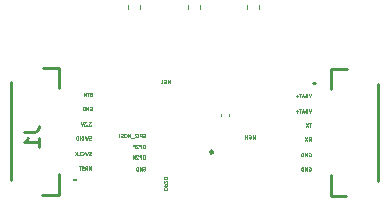
<source format=gbr>
%TF.GenerationSoftware,KiCad,Pcbnew,9.0.3*%
%TF.CreationDate,2025-09-12T00:22:28+02:00*%
%TF.ProjectId,FOC_CONTROLLER_V1,464f435f-434f-44e5-9452-4f4c4c45525f,rev?*%
%TF.SameCoordinates,Original*%
%TF.FileFunction,Legend,Bot*%
%TF.FilePolarity,Positive*%
%FSLAX46Y46*%
G04 Gerber Fmt 4.6, Leading zero omitted, Abs format (unit mm)*
G04 Created by KiCad (PCBNEW 9.0.3) date 2025-09-12 00:22:28*
%MOMM*%
%LPD*%
G01*
G04 APERTURE LIST*
%ADD10C,0.075000*%
%ADD11C,0.254000*%
%ADD12C,0.120000*%
%ADD13C,0.250000*%
G04 APERTURE END LIST*
D10*
X91307800Y-99359385D02*
X91122086Y-99359385D01*
X91122086Y-99359385D02*
X91222086Y-99473671D01*
X91222086Y-99473671D02*
X91179229Y-99473671D01*
X91179229Y-99473671D02*
X91150658Y-99487957D01*
X91150658Y-99487957D02*
X91136372Y-99502242D01*
X91136372Y-99502242D02*
X91122086Y-99530814D01*
X91122086Y-99530814D02*
X91122086Y-99602242D01*
X91122086Y-99602242D02*
X91136372Y-99630814D01*
X91136372Y-99630814D02*
X91150658Y-99645100D01*
X91150658Y-99645100D02*
X91179229Y-99659385D01*
X91179229Y-99659385D02*
X91264943Y-99659385D01*
X91264943Y-99659385D02*
X91293515Y-99645100D01*
X91293515Y-99645100D02*
X91307800Y-99630814D01*
X90993515Y-99630814D02*
X90979229Y-99645100D01*
X90979229Y-99645100D02*
X90993515Y-99659385D01*
X90993515Y-99659385D02*
X91007801Y-99645100D01*
X91007801Y-99645100D02*
X90993515Y-99630814D01*
X90993515Y-99630814D02*
X90993515Y-99659385D01*
X90879229Y-99359385D02*
X90693515Y-99359385D01*
X90693515Y-99359385D02*
X90793515Y-99473671D01*
X90793515Y-99473671D02*
X90750658Y-99473671D01*
X90750658Y-99473671D02*
X90722087Y-99487957D01*
X90722087Y-99487957D02*
X90707801Y-99502242D01*
X90707801Y-99502242D02*
X90693515Y-99530814D01*
X90693515Y-99530814D02*
X90693515Y-99602242D01*
X90693515Y-99602242D02*
X90707801Y-99630814D01*
X90707801Y-99630814D02*
X90722087Y-99645100D01*
X90722087Y-99645100D02*
X90750658Y-99659385D01*
X90750658Y-99659385D02*
X90836372Y-99659385D01*
X90836372Y-99659385D02*
X90864944Y-99645100D01*
X90864944Y-99645100D02*
X90879229Y-99630814D01*
X90607801Y-99359385D02*
X90507801Y-99659385D01*
X90507801Y-99659385D02*
X90407801Y-99359385D01*
X109722086Y-101973671D02*
X109750658Y-101959385D01*
X109750658Y-101959385D02*
X109793515Y-101959385D01*
X109793515Y-101959385D02*
X109836372Y-101973671D01*
X109836372Y-101973671D02*
X109864943Y-102002242D01*
X109864943Y-102002242D02*
X109879229Y-102030814D01*
X109879229Y-102030814D02*
X109893515Y-102087957D01*
X109893515Y-102087957D02*
X109893515Y-102130814D01*
X109893515Y-102130814D02*
X109879229Y-102187957D01*
X109879229Y-102187957D02*
X109864943Y-102216528D01*
X109864943Y-102216528D02*
X109836372Y-102245100D01*
X109836372Y-102245100D02*
X109793515Y-102259385D01*
X109793515Y-102259385D02*
X109764943Y-102259385D01*
X109764943Y-102259385D02*
X109722086Y-102245100D01*
X109722086Y-102245100D02*
X109707800Y-102230814D01*
X109707800Y-102230814D02*
X109707800Y-102130814D01*
X109707800Y-102130814D02*
X109764943Y-102130814D01*
X109579229Y-102259385D02*
X109579229Y-101959385D01*
X109579229Y-101959385D02*
X109407800Y-102259385D01*
X109407800Y-102259385D02*
X109407800Y-101959385D01*
X109264943Y-102259385D02*
X109264943Y-101959385D01*
X109264943Y-101959385D02*
X109193514Y-101959385D01*
X109193514Y-101959385D02*
X109150657Y-101973671D01*
X109150657Y-101973671D02*
X109122086Y-102002242D01*
X109122086Y-102002242D02*
X109107800Y-102030814D01*
X109107800Y-102030814D02*
X109093514Y-102087957D01*
X109093514Y-102087957D02*
X109093514Y-102130814D01*
X109093514Y-102130814D02*
X109107800Y-102187957D01*
X109107800Y-102187957D02*
X109122086Y-102216528D01*
X109122086Y-102216528D02*
X109150657Y-102245100D01*
X109150657Y-102245100D02*
X109193514Y-102259385D01*
X109193514Y-102259385D02*
X109264943Y-102259385D01*
X91293515Y-102145100D02*
X91250658Y-102159385D01*
X91250658Y-102159385D02*
X91179229Y-102159385D01*
X91179229Y-102159385D02*
X91150658Y-102145100D01*
X91150658Y-102145100D02*
X91136372Y-102130814D01*
X91136372Y-102130814D02*
X91122086Y-102102242D01*
X91122086Y-102102242D02*
X91122086Y-102073671D01*
X91122086Y-102073671D02*
X91136372Y-102045100D01*
X91136372Y-102045100D02*
X91150658Y-102030814D01*
X91150658Y-102030814D02*
X91179229Y-102016528D01*
X91179229Y-102016528D02*
X91236372Y-102002242D01*
X91236372Y-102002242D02*
X91264943Y-101987957D01*
X91264943Y-101987957D02*
X91279229Y-101973671D01*
X91279229Y-101973671D02*
X91293515Y-101945100D01*
X91293515Y-101945100D02*
X91293515Y-101916528D01*
X91293515Y-101916528D02*
X91279229Y-101887957D01*
X91279229Y-101887957D02*
X91264943Y-101873671D01*
X91264943Y-101873671D02*
X91236372Y-101859385D01*
X91236372Y-101859385D02*
X91164943Y-101859385D01*
X91164943Y-101859385D02*
X91122086Y-101873671D01*
X91022086Y-101859385D02*
X90950658Y-102159385D01*
X90950658Y-102159385D02*
X90893515Y-101945100D01*
X90893515Y-101945100D02*
X90836372Y-102159385D01*
X90836372Y-102159385D02*
X90764944Y-101859385D01*
X90479229Y-102130814D02*
X90493515Y-102145100D01*
X90493515Y-102145100D02*
X90536372Y-102159385D01*
X90536372Y-102159385D02*
X90564944Y-102159385D01*
X90564944Y-102159385D02*
X90607801Y-102145100D01*
X90607801Y-102145100D02*
X90636372Y-102116528D01*
X90636372Y-102116528D02*
X90650658Y-102087957D01*
X90650658Y-102087957D02*
X90664944Y-102030814D01*
X90664944Y-102030814D02*
X90664944Y-101987957D01*
X90664944Y-101987957D02*
X90650658Y-101930814D01*
X90650658Y-101930814D02*
X90636372Y-101902242D01*
X90636372Y-101902242D02*
X90607801Y-101873671D01*
X90607801Y-101873671D02*
X90564944Y-101859385D01*
X90564944Y-101859385D02*
X90536372Y-101859385D01*
X90536372Y-101859385D02*
X90493515Y-101873671D01*
X90493515Y-101873671D02*
X90479229Y-101887957D01*
X90207801Y-102159385D02*
X90350658Y-102159385D01*
X90350658Y-102159385D02*
X90350658Y-101859385D01*
X90107801Y-102159385D02*
X90107801Y-101859385D01*
X89936372Y-102159385D02*
X90064944Y-101987957D01*
X89936372Y-101859385D02*
X90107801Y-102030814D01*
X91279229Y-97002242D02*
X91236372Y-97016528D01*
X91236372Y-97016528D02*
X91222086Y-97030814D01*
X91222086Y-97030814D02*
X91207800Y-97059385D01*
X91207800Y-97059385D02*
X91207800Y-97102242D01*
X91207800Y-97102242D02*
X91222086Y-97130814D01*
X91222086Y-97130814D02*
X91236372Y-97145100D01*
X91236372Y-97145100D02*
X91264943Y-97159385D01*
X91264943Y-97159385D02*
X91379229Y-97159385D01*
X91379229Y-97159385D02*
X91379229Y-96859385D01*
X91379229Y-96859385D02*
X91279229Y-96859385D01*
X91279229Y-96859385D02*
X91250658Y-96873671D01*
X91250658Y-96873671D02*
X91236372Y-96887957D01*
X91236372Y-96887957D02*
X91222086Y-96916528D01*
X91222086Y-96916528D02*
X91222086Y-96945100D01*
X91222086Y-96945100D02*
X91236372Y-96973671D01*
X91236372Y-96973671D02*
X91250658Y-96987957D01*
X91250658Y-96987957D02*
X91279229Y-97002242D01*
X91279229Y-97002242D02*
X91379229Y-97002242D01*
X91122086Y-96859385D02*
X90950658Y-96859385D01*
X91036372Y-97159385D02*
X91036372Y-96859385D01*
X90850658Y-97159385D02*
X90850658Y-96859385D01*
X90850658Y-96859385D02*
X90679229Y-97159385D01*
X90679229Y-97159385D02*
X90679229Y-96859385D01*
X109922086Y-99459385D02*
X109750658Y-99459385D01*
X109836372Y-99759385D02*
X109836372Y-99459385D01*
X109679229Y-99459385D02*
X109479229Y-99759385D01*
X109479229Y-99459385D02*
X109679229Y-99759385D01*
X95822086Y-101259385D02*
X95764943Y-101259385D01*
X95764943Y-101259385D02*
X95736372Y-101273671D01*
X95736372Y-101273671D02*
X95707800Y-101302242D01*
X95707800Y-101302242D02*
X95693515Y-101359385D01*
X95693515Y-101359385D02*
X95693515Y-101459385D01*
X95693515Y-101459385D02*
X95707800Y-101516528D01*
X95707800Y-101516528D02*
X95736372Y-101545100D01*
X95736372Y-101545100D02*
X95764943Y-101559385D01*
X95764943Y-101559385D02*
X95822086Y-101559385D01*
X95822086Y-101559385D02*
X95850658Y-101545100D01*
X95850658Y-101545100D02*
X95879229Y-101516528D01*
X95879229Y-101516528D02*
X95893515Y-101459385D01*
X95893515Y-101459385D02*
X95893515Y-101359385D01*
X95893515Y-101359385D02*
X95879229Y-101302242D01*
X95879229Y-101302242D02*
X95850658Y-101273671D01*
X95850658Y-101273671D02*
X95822086Y-101259385D01*
X95564943Y-101559385D02*
X95564943Y-101259385D01*
X95564943Y-101259385D02*
X95450657Y-101259385D01*
X95450657Y-101259385D02*
X95422086Y-101273671D01*
X95422086Y-101273671D02*
X95407800Y-101287957D01*
X95407800Y-101287957D02*
X95393514Y-101316528D01*
X95393514Y-101316528D02*
X95393514Y-101359385D01*
X95393514Y-101359385D02*
X95407800Y-101387957D01*
X95407800Y-101387957D02*
X95422086Y-101402242D01*
X95422086Y-101402242D02*
X95450657Y-101416528D01*
X95450657Y-101416528D02*
X95564943Y-101416528D01*
X95279229Y-101287957D02*
X95264943Y-101273671D01*
X95264943Y-101273671D02*
X95236372Y-101259385D01*
X95236372Y-101259385D02*
X95164943Y-101259385D01*
X95164943Y-101259385D02*
X95136372Y-101273671D01*
X95136372Y-101273671D02*
X95122086Y-101287957D01*
X95122086Y-101287957D02*
X95107800Y-101316528D01*
X95107800Y-101316528D02*
X95107800Y-101345100D01*
X95107800Y-101345100D02*
X95122086Y-101387957D01*
X95122086Y-101387957D02*
X95293514Y-101559385D01*
X95293514Y-101559385D02*
X95107800Y-101559385D01*
X94979229Y-101559385D02*
X94979229Y-101259385D01*
X94979229Y-101259385D02*
X94864943Y-101259385D01*
X94864943Y-101259385D02*
X94836372Y-101273671D01*
X94836372Y-101273671D02*
X94822086Y-101287957D01*
X94822086Y-101287957D02*
X94807800Y-101316528D01*
X94807800Y-101316528D02*
X94807800Y-101359385D01*
X94807800Y-101359385D02*
X94822086Y-101387957D01*
X94822086Y-101387957D02*
X94836372Y-101402242D01*
X94836372Y-101402242D02*
X94864943Y-101416528D01*
X94864943Y-101416528D02*
X94979229Y-101416528D01*
X109707800Y-100959385D02*
X109807800Y-100816528D01*
X109879229Y-100959385D02*
X109879229Y-100659385D01*
X109879229Y-100659385D02*
X109764943Y-100659385D01*
X109764943Y-100659385D02*
X109736372Y-100673671D01*
X109736372Y-100673671D02*
X109722086Y-100687957D01*
X109722086Y-100687957D02*
X109707800Y-100716528D01*
X109707800Y-100716528D02*
X109707800Y-100759385D01*
X109707800Y-100759385D02*
X109722086Y-100787957D01*
X109722086Y-100787957D02*
X109736372Y-100802242D01*
X109736372Y-100802242D02*
X109764943Y-100816528D01*
X109764943Y-100816528D02*
X109879229Y-100816528D01*
X109607800Y-100659385D02*
X109407800Y-100959385D01*
X109407800Y-100659385D02*
X109607800Y-100959385D01*
X109922086Y-98259385D02*
X109822086Y-98559385D01*
X109822086Y-98559385D02*
X109722086Y-98259385D01*
X109522086Y-98402242D02*
X109479229Y-98416528D01*
X109479229Y-98416528D02*
X109464943Y-98430814D01*
X109464943Y-98430814D02*
X109450657Y-98459385D01*
X109450657Y-98459385D02*
X109450657Y-98502242D01*
X109450657Y-98502242D02*
X109464943Y-98530814D01*
X109464943Y-98530814D02*
X109479229Y-98545100D01*
X109479229Y-98545100D02*
X109507800Y-98559385D01*
X109507800Y-98559385D02*
X109622086Y-98559385D01*
X109622086Y-98559385D02*
X109622086Y-98259385D01*
X109622086Y-98259385D02*
X109522086Y-98259385D01*
X109522086Y-98259385D02*
X109493515Y-98273671D01*
X109493515Y-98273671D02*
X109479229Y-98287957D01*
X109479229Y-98287957D02*
X109464943Y-98316528D01*
X109464943Y-98316528D02*
X109464943Y-98345100D01*
X109464943Y-98345100D02*
X109479229Y-98373671D01*
X109479229Y-98373671D02*
X109493515Y-98387957D01*
X109493515Y-98387957D02*
X109522086Y-98402242D01*
X109522086Y-98402242D02*
X109622086Y-98402242D01*
X109336372Y-98473671D02*
X109193515Y-98473671D01*
X109364943Y-98559385D02*
X109264943Y-98259385D01*
X109264943Y-98259385D02*
X109164943Y-98559385D01*
X109107800Y-98259385D02*
X108936372Y-98259385D01*
X109022086Y-98559385D02*
X109022086Y-98259385D01*
X108836372Y-98445100D02*
X108607801Y-98445100D01*
X108722086Y-98559385D02*
X108722086Y-98330814D01*
X109722086Y-103173671D02*
X109750658Y-103159385D01*
X109750658Y-103159385D02*
X109793515Y-103159385D01*
X109793515Y-103159385D02*
X109836372Y-103173671D01*
X109836372Y-103173671D02*
X109864943Y-103202242D01*
X109864943Y-103202242D02*
X109879229Y-103230814D01*
X109879229Y-103230814D02*
X109893515Y-103287957D01*
X109893515Y-103287957D02*
X109893515Y-103330814D01*
X109893515Y-103330814D02*
X109879229Y-103387957D01*
X109879229Y-103387957D02*
X109864943Y-103416528D01*
X109864943Y-103416528D02*
X109836372Y-103445100D01*
X109836372Y-103445100D02*
X109793515Y-103459385D01*
X109793515Y-103459385D02*
X109764943Y-103459385D01*
X109764943Y-103459385D02*
X109722086Y-103445100D01*
X109722086Y-103445100D02*
X109707800Y-103430814D01*
X109707800Y-103430814D02*
X109707800Y-103330814D01*
X109707800Y-103330814D02*
X109764943Y-103330814D01*
X109579229Y-103459385D02*
X109579229Y-103159385D01*
X109579229Y-103159385D02*
X109407800Y-103459385D01*
X109407800Y-103459385D02*
X109407800Y-103159385D01*
X109264943Y-103459385D02*
X109264943Y-103159385D01*
X109264943Y-103159385D02*
X109193514Y-103159385D01*
X109193514Y-103159385D02*
X109150657Y-103173671D01*
X109150657Y-103173671D02*
X109122086Y-103202242D01*
X109122086Y-103202242D02*
X109107800Y-103230814D01*
X109107800Y-103230814D02*
X109093514Y-103287957D01*
X109093514Y-103287957D02*
X109093514Y-103330814D01*
X109093514Y-103330814D02*
X109107800Y-103387957D01*
X109107800Y-103387957D02*
X109122086Y-103416528D01*
X109122086Y-103416528D02*
X109150657Y-103445100D01*
X109150657Y-103445100D02*
X109193514Y-103459385D01*
X109193514Y-103459385D02*
X109264943Y-103459385D01*
X95722086Y-103173671D02*
X95750658Y-103159385D01*
X95750658Y-103159385D02*
X95793515Y-103159385D01*
X95793515Y-103159385D02*
X95836372Y-103173671D01*
X95836372Y-103173671D02*
X95864943Y-103202242D01*
X95864943Y-103202242D02*
X95879229Y-103230814D01*
X95879229Y-103230814D02*
X95893515Y-103287957D01*
X95893515Y-103287957D02*
X95893515Y-103330814D01*
X95893515Y-103330814D02*
X95879229Y-103387957D01*
X95879229Y-103387957D02*
X95864943Y-103416528D01*
X95864943Y-103416528D02*
X95836372Y-103445100D01*
X95836372Y-103445100D02*
X95793515Y-103459385D01*
X95793515Y-103459385D02*
X95764943Y-103459385D01*
X95764943Y-103459385D02*
X95722086Y-103445100D01*
X95722086Y-103445100D02*
X95707800Y-103430814D01*
X95707800Y-103430814D02*
X95707800Y-103330814D01*
X95707800Y-103330814D02*
X95764943Y-103330814D01*
X95579229Y-103459385D02*
X95579229Y-103159385D01*
X95579229Y-103159385D02*
X95407800Y-103459385D01*
X95407800Y-103459385D02*
X95407800Y-103159385D01*
X95264943Y-103459385D02*
X95264943Y-103159385D01*
X95264943Y-103159385D02*
X95193514Y-103159385D01*
X95193514Y-103159385D02*
X95150657Y-103173671D01*
X95150657Y-103173671D02*
X95122086Y-103202242D01*
X95122086Y-103202242D02*
X95107800Y-103230814D01*
X95107800Y-103230814D02*
X95093514Y-103287957D01*
X95093514Y-103287957D02*
X95093514Y-103330814D01*
X95093514Y-103330814D02*
X95107800Y-103387957D01*
X95107800Y-103387957D02*
X95122086Y-103416528D01*
X95122086Y-103416528D02*
X95150657Y-103445100D01*
X95150657Y-103445100D02*
X95193514Y-103459385D01*
X95193514Y-103459385D02*
X95264943Y-103459385D01*
X97740614Y-105022086D02*
X97740614Y-104964943D01*
X97740614Y-104964943D02*
X97726328Y-104936372D01*
X97726328Y-104936372D02*
X97697757Y-104907800D01*
X97697757Y-104907800D02*
X97640614Y-104893515D01*
X97640614Y-104893515D02*
X97540614Y-104893515D01*
X97540614Y-104893515D02*
X97483471Y-104907800D01*
X97483471Y-104907800D02*
X97454900Y-104936372D01*
X97454900Y-104936372D02*
X97440614Y-104964943D01*
X97440614Y-104964943D02*
X97440614Y-105022086D01*
X97440614Y-105022086D02*
X97454900Y-105050658D01*
X97454900Y-105050658D02*
X97483471Y-105079229D01*
X97483471Y-105079229D02*
X97540614Y-105093515D01*
X97540614Y-105093515D02*
X97640614Y-105093515D01*
X97640614Y-105093515D02*
X97697757Y-105079229D01*
X97697757Y-105079229D02*
X97726328Y-105050658D01*
X97726328Y-105050658D02*
X97740614Y-105022086D01*
X97440614Y-104764943D02*
X97740614Y-104764943D01*
X97740614Y-104764943D02*
X97740614Y-104650657D01*
X97740614Y-104650657D02*
X97726328Y-104622086D01*
X97726328Y-104622086D02*
X97712042Y-104607800D01*
X97712042Y-104607800D02*
X97683471Y-104593514D01*
X97683471Y-104593514D02*
X97640614Y-104593514D01*
X97640614Y-104593514D02*
X97612042Y-104607800D01*
X97612042Y-104607800D02*
X97597757Y-104622086D01*
X97597757Y-104622086D02*
X97583471Y-104650657D01*
X97583471Y-104650657D02*
X97583471Y-104764943D01*
X97712042Y-104479229D02*
X97726328Y-104464943D01*
X97726328Y-104464943D02*
X97740614Y-104436372D01*
X97740614Y-104436372D02*
X97740614Y-104364943D01*
X97740614Y-104364943D02*
X97726328Y-104336372D01*
X97726328Y-104336372D02*
X97712042Y-104322086D01*
X97712042Y-104322086D02*
X97683471Y-104307800D01*
X97683471Y-104307800D02*
X97654900Y-104307800D01*
X97654900Y-104307800D02*
X97612042Y-104322086D01*
X97612042Y-104322086D02*
X97440614Y-104493514D01*
X97440614Y-104493514D02*
X97440614Y-104307800D01*
X97740614Y-104122086D02*
X97740614Y-104064943D01*
X97740614Y-104064943D02*
X97726328Y-104036372D01*
X97726328Y-104036372D02*
X97697757Y-104007800D01*
X97697757Y-104007800D02*
X97640614Y-103993515D01*
X97640614Y-103993515D02*
X97540614Y-103993515D01*
X97540614Y-103993515D02*
X97483471Y-104007800D01*
X97483471Y-104007800D02*
X97454900Y-104036372D01*
X97454900Y-104036372D02*
X97440614Y-104064943D01*
X97440614Y-104064943D02*
X97440614Y-104122086D01*
X97440614Y-104122086D02*
X97454900Y-104150658D01*
X97454900Y-104150658D02*
X97483471Y-104179229D01*
X97483471Y-104179229D02*
X97540614Y-104193515D01*
X97540614Y-104193515D02*
X97640614Y-104193515D01*
X97640614Y-104193515D02*
X97697757Y-104179229D01*
X97697757Y-104179229D02*
X97726328Y-104150658D01*
X97726328Y-104150658D02*
X97740614Y-104122086D01*
X91293515Y-100845100D02*
X91250658Y-100859385D01*
X91250658Y-100859385D02*
X91179229Y-100859385D01*
X91179229Y-100859385D02*
X91150658Y-100845100D01*
X91150658Y-100845100D02*
X91136372Y-100830814D01*
X91136372Y-100830814D02*
X91122086Y-100802242D01*
X91122086Y-100802242D02*
X91122086Y-100773671D01*
X91122086Y-100773671D02*
X91136372Y-100745100D01*
X91136372Y-100745100D02*
X91150658Y-100730814D01*
X91150658Y-100730814D02*
X91179229Y-100716528D01*
X91179229Y-100716528D02*
X91236372Y-100702242D01*
X91236372Y-100702242D02*
X91264943Y-100687957D01*
X91264943Y-100687957D02*
X91279229Y-100673671D01*
X91279229Y-100673671D02*
X91293515Y-100645100D01*
X91293515Y-100645100D02*
X91293515Y-100616528D01*
X91293515Y-100616528D02*
X91279229Y-100587957D01*
X91279229Y-100587957D02*
X91264943Y-100573671D01*
X91264943Y-100573671D02*
X91236372Y-100559385D01*
X91236372Y-100559385D02*
X91164943Y-100559385D01*
X91164943Y-100559385D02*
X91122086Y-100573671D01*
X91022086Y-100559385D02*
X90950658Y-100859385D01*
X90950658Y-100859385D02*
X90893515Y-100645100D01*
X90893515Y-100645100D02*
X90836372Y-100859385D01*
X90836372Y-100859385D02*
X90764944Y-100559385D01*
X90650658Y-100859385D02*
X90650658Y-100559385D01*
X90650658Y-100559385D02*
X90579229Y-100559385D01*
X90579229Y-100559385D02*
X90536372Y-100573671D01*
X90536372Y-100573671D02*
X90507801Y-100602242D01*
X90507801Y-100602242D02*
X90493515Y-100630814D01*
X90493515Y-100630814D02*
X90479229Y-100687957D01*
X90479229Y-100687957D02*
X90479229Y-100730814D01*
X90479229Y-100730814D02*
X90493515Y-100787957D01*
X90493515Y-100787957D02*
X90507801Y-100816528D01*
X90507801Y-100816528D02*
X90536372Y-100845100D01*
X90536372Y-100845100D02*
X90579229Y-100859385D01*
X90579229Y-100859385D02*
X90650658Y-100859385D01*
X90350658Y-100859385D02*
X90350658Y-100559385D01*
X90150658Y-100559385D02*
X90093515Y-100559385D01*
X90093515Y-100559385D02*
X90064944Y-100573671D01*
X90064944Y-100573671D02*
X90036372Y-100602242D01*
X90036372Y-100602242D02*
X90022087Y-100659385D01*
X90022087Y-100659385D02*
X90022087Y-100759385D01*
X90022087Y-100759385D02*
X90036372Y-100816528D01*
X90036372Y-100816528D02*
X90064944Y-100845100D01*
X90064944Y-100845100D02*
X90093515Y-100859385D01*
X90093515Y-100859385D02*
X90150658Y-100859385D01*
X90150658Y-100859385D02*
X90179230Y-100845100D01*
X90179230Y-100845100D02*
X90207801Y-100816528D01*
X90207801Y-100816528D02*
X90222087Y-100759385D01*
X90222087Y-100759385D02*
X90222087Y-100659385D01*
X90222087Y-100659385D02*
X90207801Y-100602242D01*
X90207801Y-100602242D02*
X90179230Y-100573671D01*
X90179230Y-100573671D02*
X90150658Y-100559385D01*
X91279229Y-103409385D02*
X91279229Y-103109385D01*
X91279229Y-103109385D02*
X91107800Y-103409385D01*
X91107800Y-103409385D02*
X91107800Y-103109385D01*
X90793514Y-103409385D02*
X90893514Y-103266528D01*
X90964943Y-103409385D02*
X90964943Y-103109385D01*
X90964943Y-103109385D02*
X90850657Y-103109385D01*
X90850657Y-103109385D02*
X90822086Y-103123671D01*
X90822086Y-103123671D02*
X90807800Y-103137957D01*
X90807800Y-103137957D02*
X90793514Y-103166528D01*
X90793514Y-103166528D02*
X90793514Y-103209385D01*
X90793514Y-103209385D02*
X90807800Y-103237957D01*
X90807800Y-103237957D02*
X90822086Y-103252242D01*
X90822086Y-103252242D02*
X90850657Y-103266528D01*
X90850657Y-103266528D02*
X90964943Y-103266528D01*
X90679229Y-103395100D02*
X90636372Y-103409385D01*
X90636372Y-103409385D02*
X90564943Y-103409385D01*
X90564943Y-103409385D02*
X90536372Y-103395100D01*
X90536372Y-103395100D02*
X90522086Y-103380814D01*
X90522086Y-103380814D02*
X90507800Y-103352242D01*
X90507800Y-103352242D02*
X90507800Y-103323671D01*
X90507800Y-103323671D02*
X90522086Y-103295100D01*
X90522086Y-103295100D02*
X90536372Y-103280814D01*
X90536372Y-103280814D02*
X90564943Y-103266528D01*
X90564943Y-103266528D02*
X90622086Y-103252242D01*
X90622086Y-103252242D02*
X90650657Y-103237957D01*
X90650657Y-103237957D02*
X90664943Y-103223671D01*
X90664943Y-103223671D02*
X90679229Y-103195100D01*
X90679229Y-103195100D02*
X90679229Y-103166528D01*
X90679229Y-103166528D02*
X90664943Y-103137957D01*
X90664943Y-103137957D02*
X90650657Y-103123671D01*
X90650657Y-103123671D02*
X90622086Y-103109385D01*
X90622086Y-103109385D02*
X90550657Y-103109385D01*
X90550657Y-103109385D02*
X90507800Y-103123671D01*
X90422086Y-103109385D02*
X90250658Y-103109385D01*
X90336372Y-103409385D02*
X90336372Y-103109385D01*
X95822086Y-102159385D02*
X95764943Y-102159385D01*
X95764943Y-102159385D02*
X95736372Y-102173671D01*
X95736372Y-102173671D02*
X95707800Y-102202242D01*
X95707800Y-102202242D02*
X95693515Y-102259385D01*
X95693515Y-102259385D02*
X95693515Y-102359385D01*
X95693515Y-102359385D02*
X95707800Y-102416528D01*
X95707800Y-102416528D02*
X95736372Y-102445100D01*
X95736372Y-102445100D02*
X95764943Y-102459385D01*
X95764943Y-102459385D02*
X95822086Y-102459385D01*
X95822086Y-102459385D02*
X95850658Y-102445100D01*
X95850658Y-102445100D02*
X95879229Y-102416528D01*
X95879229Y-102416528D02*
X95893515Y-102359385D01*
X95893515Y-102359385D02*
X95893515Y-102259385D01*
X95893515Y-102259385D02*
X95879229Y-102202242D01*
X95879229Y-102202242D02*
X95850658Y-102173671D01*
X95850658Y-102173671D02*
X95822086Y-102159385D01*
X95564943Y-102459385D02*
X95564943Y-102159385D01*
X95564943Y-102159385D02*
X95450657Y-102159385D01*
X95450657Y-102159385D02*
X95422086Y-102173671D01*
X95422086Y-102173671D02*
X95407800Y-102187957D01*
X95407800Y-102187957D02*
X95393514Y-102216528D01*
X95393514Y-102216528D02*
X95393514Y-102259385D01*
X95393514Y-102259385D02*
X95407800Y-102287957D01*
X95407800Y-102287957D02*
X95422086Y-102302242D01*
X95422086Y-102302242D02*
X95450657Y-102316528D01*
X95450657Y-102316528D02*
X95564943Y-102316528D01*
X95279229Y-102187957D02*
X95264943Y-102173671D01*
X95264943Y-102173671D02*
X95236372Y-102159385D01*
X95236372Y-102159385D02*
X95164943Y-102159385D01*
X95164943Y-102159385D02*
X95136372Y-102173671D01*
X95136372Y-102173671D02*
X95122086Y-102187957D01*
X95122086Y-102187957D02*
X95107800Y-102216528D01*
X95107800Y-102216528D02*
X95107800Y-102245100D01*
X95107800Y-102245100D02*
X95122086Y-102287957D01*
X95122086Y-102287957D02*
X95293514Y-102459385D01*
X95293514Y-102459385D02*
X95107800Y-102459385D01*
X94979229Y-102459385D02*
X94979229Y-102159385D01*
X94979229Y-102159385D02*
X94807800Y-102459385D01*
X94807800Y-102459385D02*
X94807800Y-102159385D01*
X95893515Y-100645100D02*
X95850658Y-100659385D01*
X95850658Y-100659385D02*
X95779229Y-100659385D01*
X95779229Y-100659385D02*
X95750658Y-100645100D01*
X95750658Y-100645100D02*
X95736372Y-100630814D01*
X95736372Y-100630814D02*
X95722086Y-100602242D01*
X95722086Y-100602242D02*
X95722086Y-100573671D01*
X95722086Y-100573671D02*
X95736372Y-100545100D01*
X95736372Y-100545100D02*
X95750658Y-100530814D01*
X95750658Y-100530814D02*
X95779229Y-100516528D01*
X95779229Y-100516528D02*
X95836372Y-100502242D01*
X95836372Y-100502242D02*
X95864943Y-100487957D01*
X95864943Y-100487957D02*
X95879229Y-100473671D01*
X95879229Y-100473671D02*
X95893515Y-100445100D01*
X95893515Y-100445100D02*
X95893515Y-100416528D01*
X95893515Y-100416528D02*
X95879229Y-100387957D01*
X95879229Y-100387957D02*
X95864943Y-100373671D01*
X95864943Y-100373671D02*
X95836372Y-100359385D01*
X95836372Y-100359385D02*
X95764943Y-100359385D01*
X95764943Y-100359385D02*
X95722086Y-100373671D01*
X95593515Y-100659385D02*
X95593515Y-100359385D01*
X95593515Y-100359385D02*
X95479229Y-100359385D01*
X95479229Y-100359385D02*
X95450658Y-100373671D01*
X95450658Y-100373671D02*
X95436372Y-100387957D01*
X95436372Y-100387957D02*
X95422086Y-100416528D01*
X95422086Y-100416528D02*
X95422086Y-100459385D01*
X95422086Y-100459385D02*
X95436372Y-100487957D01*
X95436372Y-100487957D02*
X95450658Y-100502242D01*
X95450658Y-100502242D02*
X95479229Y-100516528D01*
X95479229Y-100516528D02*
X95593515Y-100516528D01*
X95293515Y-100659385D02*
X95293515Y-100359385D01*
X95164944Y-100387957D02*
X95150658Y-100373671D01*
X95150658Y-100373671D02*
X95122087Y-100359385D01*
X95122087Y-100359385D02*
X95050658Y-100359385D01*
X95050658Y-100359385D02*
X95022087Y-100373671D01*
X95022087Y-100373671D02*
X95007801Y-100387957D01*
X95007801Y-100387957D02*
X94993515Y-100416528D01*
X94993515Y-100416528D02*
X94993515Y-100445100D01*
X94993515Y-100445100D02*
X95007801Y-100487957D01*
X95007801Y-100487957D02*
X95179229Y-100659385D01*
X95179229Y-100659385D02*
X94993515Y-100659385D01*
X94936373Y-100687957D02*
X94707801Y-100687957D01*
X94636373Y-100659385D02*
X94636373Y-100359385D01*
X94636373Y-100359385D02*
X94536373Y-100573671D01*
X94536373Y-100573671D02*
X94436373Y-100359385D01*
X94436373Y-100359385D02*
X94436373Y-100659385D01*
X94236373Y-100359385D02*
X94179230Y-100359385D01*
X94179230Y-100359385D02*
X94150659Y-100373671D01*
X94150659Y-100373671D02*
X94122087Y-100402242D01*
X94122087Y-100402242D02*
X94107802Y-100459385D01*
X94107802Y-100459385D02*
X94107802Y-100559385D01*
X94107802Y-100559385D02*
X94122087Y-100616528D01*
X94122087Y-100616528D02*
X94150659Y-100645100D01*
X94150659Y-100645100D02*
X94179230Y-100659385D01*
X94179230Y-100659385D02*
X94236373Y-100659385D01*
X94236373Y-100659385D02*
X94264945Y-100645100D01*
X94264945Y-100645100D02*
X94293516Y-100616528D01*
X94293516Y-100616528D02*
X94307802Y-100559385D01*
X94307802Y-100559385D02*
X94307802Y-100459385D01*
X94307802Y-100459385D02*
X94293516Y-100402242D01*
X94293516Y-100402242D02*
X94264945Y-100373671D01*
X94264945Y-100373671D02*
X94236373Y-100359385D01*
X93993516Y-100645100D02*
X93950659Y-100659385D01*
X93950659Y-100659385D02*
X93879230Y-100659385D01*
X93879230Y-100659385D02*
X93850659Y-100645100D01*
X93850659Y-100645100D02*
X93836373Y-100630814D01*
X93836373Y-100630814D02*
X93822087Y-100602242D01*
X93822087Y-100602242D02*
X93822087Y-100573671D01*
X93822087Y-100573671D02*
X93836373Y-100545100D01*
X93836373Y-100545100D02*
X93850659Y-100530814D01*
X93850659Y-100530814D02*
X93879230Y-100516528D01*
X93879230Y-100516528D02*
X93936373Y-100502242D01*
X93936373Y-100502242D02*
X93964944Y-100487957D01*
X93964944Y-100487957D02*
X93979230Y-100473671D01*
X93979230Y-100473671D02*
X93993516Y-100445100D01*
X93993516Y-100445100D02*
X93993516Y-100416528D01*
X93993516Y-100416528D02*
X93979230Y-100387957D01*
X93979230Y-100387957D02*
X93964944Y-100373671D01*
X93964944Y-100373671D02*
X93936373Y-100359385D01*
X93936373Y-100359385D02*
X93864944Y-100359385D01*
X93864944Y-100359385D02*
X93822087Y-100373671D01*
X93693516Y-100659385D02*
X93693516Y-100359385D01*
X109922086Y-96959385D02*
X109822086Y-97259385D01*
X109822086Y-97259385D02*
X109722086Y-96959385D01*
X109522086Y-97102242D02*
X109479229Y-97116528D01*
X109479229Y-97116528D02*
X109464943Y-97130814D01*
X109464943Y-97130814D02*
X109450657Y-97159385D01*
X109450657Y-97159385D02*
X109450657Y-97202242D01*
X109450657Y-97202242D02*
X109464943Y-97230814D01*
X109464943Y-97230814D02*
X109479229Y-97245100D01*
X109479229Y-97245100D02*
X109507800Y-97259385D01*
X109507800Y-97259385D02*
X109622086Y-97259385D01*
X109622086Y-97259385D02*
X109622086Y-96959385D01*
X109622086Y-96959385D02*
X109522086Y-96959385D01*
X109522086Y-96959385D02*
X109493515Y-96973671D01*
X109493515Y-96973671D02*
X109479229Y-96987957D01*
X109479229Y-96987957D02*
X109464943Y-97016528D01*
X109464943Y-97016528D02*
X109464943Y-97045100D01*
X109464943Y-97045100D02*
X109479229Y-97073671D01*
X109479229Y-97073671D02*
X109493515Y-97087957D01*
X109493515Y-97087957D02*
X109522086Y-97102242D01*
X109522086Y-97102242D02*
X109622086Y-97102242D01*
X109336372Y-97173671D02*
X109193515Y-97173671D01*
X109364943Y-97259385D02*
X109264943Y-96959385D01*
X109264943Y-96959385D02*
X109164943Y-97259385D01*
X109107800Y-96959385D02*
X108936372Y-96959385D01*
X109022086Y-97259385D02*
X109022086Y-96959385D01*
X108836372Y-97145100D02*
X108607801Y-97145100D01*
X108722086Y-97259385D02*
X108722086Y-97030814D01*
X97979229Y-96059385D02*
X97979229Y-95759385D01*
X97979229Y-95759385D02*
X97879229Y-95973671D01*
X97879229Y-95973671D02*
X97779229Y-95759385D01*
X97779229Y-95759385D02*
X97779229Y-96059385D01*
X97479229Y-95773671D02*
X97507801Y-95759385D01*
X97507801Y-95759385D02*
X97550658Y-95759385D01*
X97550658Y-95759385D02*
X97593515Y-95773671D01*
X97593515Y-95773671D02*
X97622086Y-95802242D01*
X97622086Y-95802242D02*
X97636372Y-95830814D01*
X97636372Y-95830814D02*
X97650658Y-95887957D01*
X97650658Y-95887957D02*
X97650658Y-95930814D01*
X97650658Y-95930814D02*
X97636372Y-95987957D01*
X97636372Y-95987957D02*
X97622086Y-96016528D01*
X97622086Y-96016528D02*
X97593515Y-96045100D01*
X97593515Y-96045100D02*
X97550658Y-96059385D01*
X97550658Y-96059385D02*
X97522086Y-96059385D01*
X97522086Y-96059385D02*
X97479229Y-96045100D01*
X97479229Y-96045100D02*
X97464943Y-96030814D01*
X97464943Y-96030814D02*
X97464943Y-95930814D01*
X97464943Y-95930814D02*
X97522086Y-95930814D01*
X97193515Y-96059385D02*
X97336372Y-96059385D01*
X97336372Y-96059385D02*
X97336372Y-95759385D01*
X91222086Y-98073671D02*
X91250658Y-98059385D01*
X91250658Y-98059385D02*
X91293515Y-98059385D01*
X91293515Y-98059385D02*
X91336372Y-98073671D01*
X91336372Y-98073671D02*
X91364943Y-98102242D01*
X91364943Y-98102242D02*
X91379229Y-98130814D01*
X91379229Y-98130814D02*
X91393515Y-98187957D01*
X91393515Y-98187957D02*
X91393515Y-98230814D01*
X91393515Y-98230814D02*
X91379229Y-98287957D01*
X91379229Y-98287957D02*
X91364943Y-98316528D01*
X91364943Y-98316528D02*
X91336372Y-98345100D01*
X91336372Y-98345100D02*
X91293515Y-98359385D01*
X91293515Y-98359385D02*
X91264943Y-98359385D01*
X91264943Y-98359385D02*
X91222086Y-98345100D01*
X91222086Y-98345100D02*
X91207800Y-98330814D01*
X91207800Y-98330814D02*
X91207800Y-98230814D01*
X91207800Y-98230814D02*
X91264943Y-98230814D01*
X91079229Y-98359385D02*
X91079229Y-98059385D01*
X91079229Y-98059385D02*
X90907800Y-98359385D01*
X90907800Y-98359385D02*
X90907800Y-98059385D01*
X90764943Y-98359385D02*
X90764943Y-98059385D01*
X90764943Y-98059385D02*
X90693514Y-98059385D01*
X90693514Y-98059385D02*
X90650657Y-98073671D01*
X90650657Y-98073671D02*
X90622086Y-98102242D01*
X90622086Y-98102242D02*
X90607800Y-98130814D01*
X90607800Y-98130814D02*
X90593514Y-98187957D01*
X90593514Y-98187957D02*
X90593514Y-98230814D01*
X90593514Y-98230814D02*
X90607800Y-98287957D01*
X90607800Y-98287957D02*
X90622086Y-98316528D01*
X90622086Y-98316528D02*
X90650657Y-98345100D01*
X90650657Y-98345100D02*
X90693514Y-98359385D01*
X90693514Y-98359385D02*
X90764943Y-98359385D01*
X105179229Y-100759385D02*
X105179229Y-100459385D01*
X105179229Y-100459385D02*
X105079229Y-100673671D01*
X105079229Y-100673671D02*
X104979229Y-100459385D01*
X104979229Y-100459385D02*
X104979229Y-100759385D01*
X104679229Y-100473671D02*
X104707801Y-100459385D01*
X104707801Y-100459385D02*
X104750658Y-100459385D01*
X104750658Y-100459385D02*
X104793515Y-100473671D01*
X104793515Y-100473671D02*
X104822086Y-100502242D01*
X104822086Y-100502242D02*
X104836372Y-100530814D01*
X104836372Y-100530814D02*
X104850658Y-100587957D01*
X104850658Y-100587957D02*
X104850658Y-100630814D01*
X104850658Y-100630814D02*
X104836372Y-100687957D01*
X104836372Y-100687957D02*
X104822086Y-100716528D01*
X104822086Y-100716528D02*
X104793515Y-100745100D01*
X104793515Y-100745100D02*
X104750658Y-100759385D01*
X104750658Y-100759385D02*
X104722086Y-100759385D01*
X104722086Y-100759385D02*
X104679229Y-100745100D01*
X104679229Y-100745100D02*
X104664943Y-100730814D01*
X104664943Y-100730814D02*
X104664943Y-100630814D01*
X104664943Y-100630814D02*
X104722086Y-100630814D01*
X104536372Y-100759385D02*
X104536372Y-100459385D01*
X104536372Y-100602242D02*
X104364943Y-100602242D01*
X104364943Y-100759385D02*
X104364943Y-100459385D01*
D11*
X85589988Y-100159997D02*
X86497131Y-100159997D01*
X86497131Y-100159997D02*
X86678559Y-100099520D01*
X86678559Y-100099520D02*
X86799512Y-99978568D01*
X86799512Y-99978568D02*
X86859988Y-99797139D01*
X86859988Y-99797139D02*
X86859988Y-99676187D01*
X86859988Y-101429997D02*
X86859988Y-100704282D01*
X86859988Y-101067139D02*
X85589988Y-101067139D01*
X85589988Y-101067139D02*
X85771416Y-100946187D01*
X85771416Y-100946187D02*
X85892369Y-100825235D01*
X85892369Y-100825235D02*
X85952845Y-100704282D01*
%TO.C,J1*%
X89970770Y-104251000D02*
G75*
G02*
X89850570Y-104251000I-60100J0D01*
G01*
X89850570Y-104251000D02*
G75*
G02*
X89970770Y-104251000I60100J0D01*
G01*
X88550000Y-105500000D02*
X88550000Y-103769330D01*
X88550000Y-94750000D02*
X88550000Y-96505000D01*
X88550000Y-94750000D02*
X87206000Y-94750000D01*
X88550000Y-105500000D02*
X87177670Y-105500000D01*
X84500000Y-104236670D02*
X84500000Y-95981000D01*
D12*
%TO.C,C20*%
X94450000Y-89740580D02*
X94450000Y-89459420D01*
X95470000Y-89740580D02*
X95470000Y-89459420D01*
D11*
%TO.C,J2*%
X111573885Y-94836500D02*
X111573885Y-96567170D01*
X111573885Y-94836500D02*
X112946215Y-94836500D01*
X111573885Y-105586500D02*
X111573885Y-103831500D01*
X111573885Y-105586500D02*
X112917885Y-105586500D01*
X115623885Y-96099830D02*
X115623885Y-104355500D01*
X110273315Y-96085500D02*
G75*
G02*
X110153115Y-96085500I-60100J0D01*
G01*
X110153115Y-96085500D02*
G75*
G02*
X110273315Y-96085500I60100J0D01*
G01*
D12*
%TO.C,C17*%
X104500000Y-89740580D02*
X104500000Y-89459420D01*
X105520000Y-89740580D02*
X105520000Y-89459420D01*
D13*
%TO.C,IC2*%
X101625000Y-101900000D02*
G75*
G02*
X101375000Y-101900000I-125000J0D01*
G01*
X101375000Y-101900000D02*
G75*
G02*
X101625000Y-101900000I125000J0D01*
G01*
D12*
%TO.C,C22*%
X102270000Y-98867836D02*
X102270000Y-98652164D01*
X102990000Y-98867836D02*
X102990000Y-98652164D01*
%TO.C,C13*%
X99510000Y-89740580D02*
X99510000Y-89459420D01*
X100530000Y-89740580D02*
X100530000Y-89459420D01*
%TD*%
M02*

</source>
